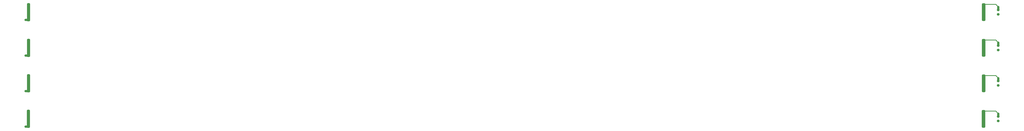
<source format=gbr>
G04 EAGLE Gerber RS-274X export*
G75*
%MOMM*%
%FSLAX34Y34*%
%LPD*%
%INTop Copper*%
%IPPOS*%
%AMOC8*
5,1,8,0,0,1.08239X$1,22.5*%
G01*
%ADD10C,1.270000*%
%ADD11C,1.056400*%
%ADD12C,1.524000*%
%ADD13C,0.406400*%


D10*
X357270Y311200D02*
X369970Y311200D01*
D11*
X357270Y311200D03*
D12*
X5909710Y342950D03*
D10*
X371240Y311200D02*
X371240Y401370D01*
X376320Y401370D01*
X376320Y309930D01*
X369970Y309930D01*
X5822080Y400100D02*
X5829700Y400100D01*
X5829700Y311200D01*
X5822080Y311200D02*
X5822080Y398830D01*
X5909710Y384860D02*
X5909710Y368350D01*
D13*
X5909710Y384860D02*
X5895855Y400100D01*
X5830970Y400100D01*
D12*
X5909710Y368350D03*
D10*
X5829700Y311200D02*
X5822080Y311200D01*
X370170Y514400D02*
X357470Y514400D01*
D11*
X357470Y514400D03*
D12*
X5909910Y546150D03*
D10*
X371440Y514400D02*
X371440Y604570D01*
X376520Y604570D01*
X376520Y513130D01*
X370170Y513130D01*
X5822280Y603300D02*
X5829900Y603300D01*
X5829900Y514400D01*
X5822280Y514400D02*
X5822280Y602030D01*
X5909910Y588060D02*
X5909910Y571550D01*
D13*
X5909910Y588060D02*
X5896055Y603300D01*
X5831170Y603300D01*
D12*
X5909910Y571550D03*
D10*
X5829900Y514400D02*
X5822280Y514400D01*
X370070Y717500D02*
X357370Y717500D01*
D11*
X357370Y717500D03*
D12*
X5909810Y749250D03*
D10*
X371340Y717500D02*
X371340Y807670D01*
X376420Y807670D01*
X376420Y716230D01*
X370070Y716230D01*
X5822180Y806400D02*
X5829800Y806400D01*
X5829800Y717500D01*
X5822180Y717500D02*
X5822180Y805130D01*
X5909810Y791160D02*
X5909810Y774650D01*
D13*
X5909810Y791160D02*
X5895955Y806400D01*
X5831070Y806400D01*
D12*
X5909810Y774650D03*
D10*
X5829800Y717500D02*
X5822180Y717500D01*
X370470Y921200D02*
X357770Y921200D01*
D11*
X357770Y921200D03*
D12*
X5910210Y952950D03*
D10*
X371740Y921200D02*
X371740Y1011370D01*
X376820Y1011370D01*
X376820Y919930D01*
X370470Y919930D01*
X5822580Y1010100D02*
X5830200Y1010100D01*
X5830200Y921200D01*
X5822580Y921200D02*
X5822580Y1008830D01*
X5910210Y994860D02*
X5910210Y978350D01*
D13*
X5910210Y994860D02*
X5896355Y1010100D01*
X5831470Y1010100D01*
D12*
X5910210Y978350D03*
D10*
X5830200Y921200D02*
X5822580Y921200D01*
M02*

</source>
